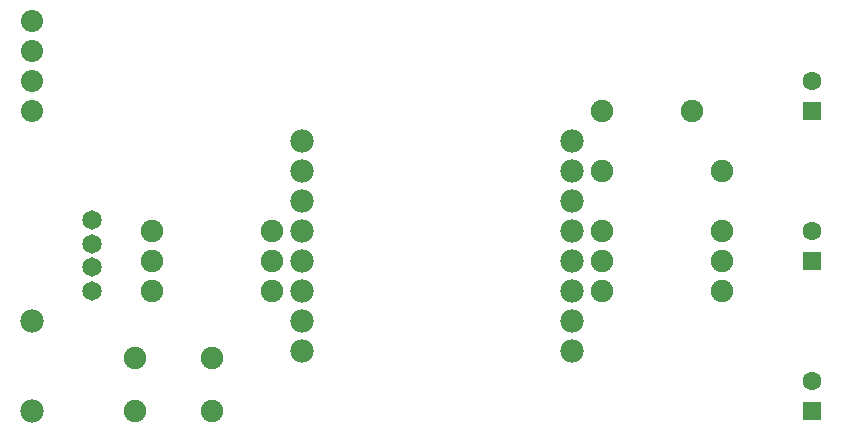
<source format=gtl>
G04 MADE WITH FRITZING*
G04 WWW.FRITZING.ORG*
G04 DOUBLE SIDED*
G04 HOLES PLATED*
G04 CONTOUR ON CENTER OF CONTOUR VECTOR*
%ASAXBY*%
%FSLAX23Y23*%
%MOIN*%
%OFA0B0*%
%SFA1.0B1.0*%
%ADD10C,0.077778*%
%ADD11C,0.073889*%
%ADD12C,0.065000*%
%ADD13C,0.075000*%
%ADD14C,0.062992*%
%ADD15C,0.078000*%
%ADD16R,0.062992X0.062992*%
%LNCOPPER1*%
G90*
G70*
G54D10*
X1153Y1075D03*
X1153Y975D03*
X1153Y875D03*
X1153Y775D03*
X1153Y675D03*
X1153Y575D03*
X1153Y475D03*
X1153Y375D03*
X2053Y375D03*
X2053Y475D03*
X2053Y575D03*
X2053Y675D03*
X2053Y775D03*
X2053Y875D03*
X2053Y975D03*
X2053Y1075D03*
G54D11*
X253Y1175D03*
X253Y1275D03*
X253Y1375D03*
X253Y1475D03*
G54D12*
X453Y575D03*
X453Y654D03*
X453Y732D03*
X453Y811D03*
G54D13*
X2153Y1175D03*
X2453Y1175D03*
X853Y175D03*
X597Y175D03*
X853Y352D03*
X597Y352D03*
G54D14*
X2853Y176D03*
X2853Y275D03*
X2853Y676D03*
X2853Y775D03*
X2853Y1176D03*
X2853Y1275D03*
G54D15*
X253Y175D03*
X253Y475D03*
G54D13*
X653Y575D03*
X1053Y575D03*
X653Y675D03*
X1053Y675D03*
X653Y775D03*
X1053Y775D03*
X2153Y975D03*
X2553Y975D03*
X2153Y575D03*
X2553Y575D03*
X2153Y775D03*
X2553Y775D03*
X2153Y675D03*
X2553Y675D03*
G54D16*
X2853Y176D03*
X2853Y676D03*
X2853Y1176D03*
G04 End of Copper1*
M02*
</source>
